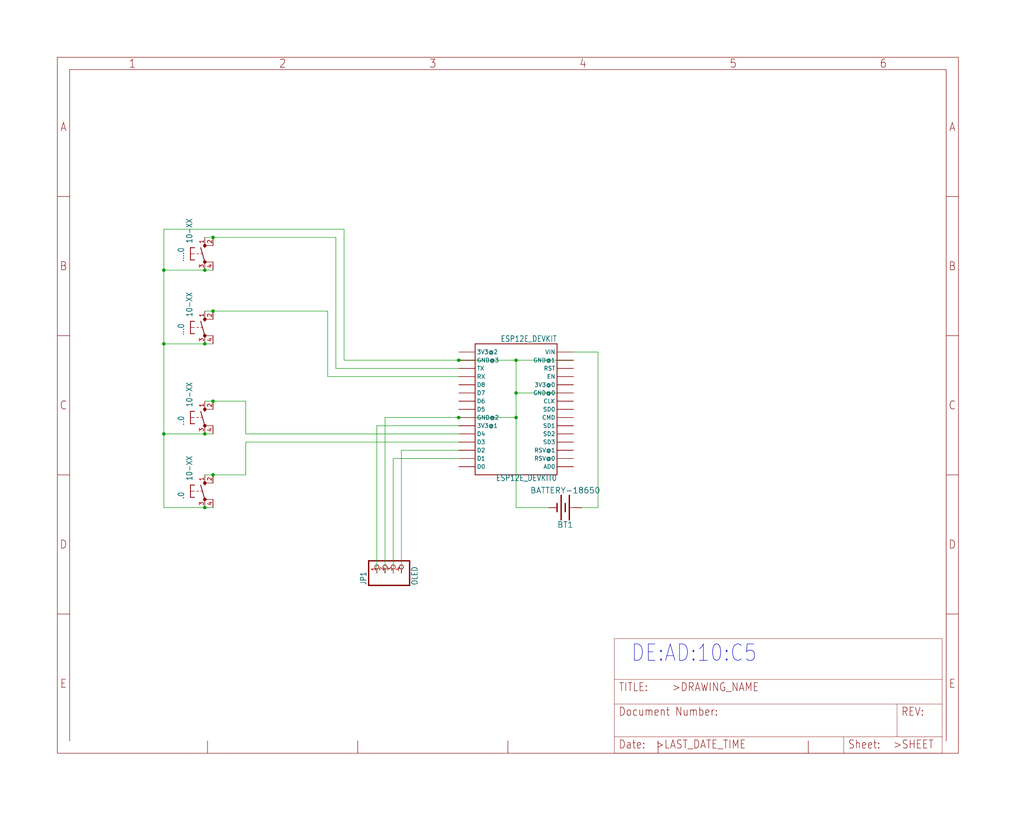
<source format=kicad_sch>
(kicad_sch (version 20211123) (generator eeschema)
  (paper "User" 317.5 254.406)
  (lib_symbols
    (symbol "hh-eagle-import:10-XX"
      (property "Reference" "S" (at -6.35 -2.54 90))
      (property "Value" "10-XX" (at -3.81 3.175 90))
      (symbol "10-XX_1_0"
        (circle (center 0 -2.54) (radius 0.127) (stroke (width 0.4064)))
        (polyline (pts (xy -4.445 -1.905) (xy -3.175 -1.905)) (stroke (width 0.254)))
        (polyline (pts (xy -4.445 0) (xy -4.445 -1.905)) (stroke (width 0.254)))
        (polyline (pts (xy -4.445 0) (xy -3.175 0)) (stroke (width 0.1524)))
        (polyline (pts (xy -4.445 1.905) (xy -4.445 0)) (stroke (width 0.254)))
        (polyline (pts (xy -4.445 1.905) (xy -3.175 1.905)) (stroke (width 0.254)))
        (polyline (pts (xy -2.54 0) (xy -1.905 0)) (stroke (width 0.1524)))
        (polyline (pts (xy -1.27 0) (xy -0.635 0)) (stroke (width 0.1524)))
        (polyline (pts (xy 0 -2.54) (xy -1.27 1.905)) (stroke (width 0.254)))
        (polyline (pts (xy 0 1.905) (xy 0 2.54)) (stroke (width 0.254)))
        (polyline (pts (xy 2.54 -2.54) (xy 0 -2.54)) (stroke (width 0.1524)))
        (polyline (pts (xy 2.54 2.54) (xy 0 2.54)) (stroke (width 0.1524)))
        (circle (center 0 2.54) (radius 0.127) (stroke (width 0.4064)))
        (pin passive line (at 0 5.08 270) (length 2.54) (name "S") (number "1"))
        (pin passive line (at 2.54 5.08 270) (length 2.54) (name "S1") (number "2"))
        (pin passive line (at 0 -5.08 90) (length 2.54) (name "P") (number "3"))
        (pin passive line (at 2.54 -5.08 90) (length 2.54) (name "P1") (number "4"))
      )
    )
    (symbol "hh-eagle-import:BATTERY-18650"
      (property "Reference" "BT" (at 0 4.318 0))
      (property "Value" "BATTERY-18650" (at 0 -4.318 0))
      (symbol "BATTERY-18650_1_0"
        (polyline (pts (xy -2.54 0) (xy -1.524 0)) (stroke (width 0.1524)))
        (polyline (pts (xy -1.27 3.81) (xy -1.27 -3.81)) (stroke (width 0.4064)))
        (polyline (pts (xy 0 1.27) (xy 0 -1.27)) (stroke (width 0.4064)))
        (polyline (pts (xy 1.27 3.81) (xy 1.27 -3.81)) (stroke (width 0.4064)))
        (polyline (pts (xy 2.54 1.27) (xy 2.54 -1.27)) (stroke (width 0.4064)))
        (pin power_in line (at 5.08 0 180) (length 2.54) (name "-") (number "GND@1"))
        (pin power_in line (at -5.08 0 0) (length 2.54) (name "+") (number "PWR@1"))
      )
    )
    (symbol "hh-eagle-import:ESP12E_DEVKIT"
      (property "Value" "ESP12E_DEVKIT" (at -12.7 -22.86 0))
      (symbol "ESP12E_DEVKIT_1_0"
        (polyline (pts (xy -12.7 -20.32) (xy 12.7 -20.32)) (stroke (width 0.254)))
        (polyline (pts (xy -12.7 20.32) (xy -12.7 -20.32)) (stroke (width 0.254)))
        (polyline (pts (xy 12.7 -20.32) (xy 12.7 20.32)) (stroke (width 0.254)))
        (polyline (pts (xy 12.7 20.32) (xy -12.7 20.32)) (stroke (width 0.254)))
        (pin bidirectional line (at -17.78 -7.62 0) (length 5.08) (name "3V3@0") (number "3V3@0"))
        (pin bidirectional line (at 17.78 5.08 180) (length 5.08) (name "3V3@1") (number "3V3@1"))
        (pin bidirectional line (at 17.78 -17.78 180) (length 5.08) (name "3V3@2") (number "3V3@2"))
        (pin bidirectional line (at -17.78 17.78 0) (length 5.08) (name "AD0") (number "AD0"))
        (pin bidirectional line (at -17.78 -2.54 0) (length 5.08) (name "CLK") (number "CLK"))
        (pin bidirectional line (at -17.78 2.54 0) (length 5.08) (name "CMD") (number "CMD"))
        (pin bidirectional line (at 17.78 17.78 180) (length 5.08) (name "D0") (number "D0"))
        (pin bidirectional line (at 17.78 15.24 180) (length 5.08) (name "D1") (number "D1"))
        (pin bidirectional line (at 17.78 12.7 180) (length 5.08) (name "D2") (number "D2"))
        (pin bidirectional line (at 17.78 10.16 180) (length 5.08) (name "D3") (number "D3"))
        (pin bidirectional line (at 17.78 7.62 180) (length 5.08) (name "D4") (number "D4"))
        (pin bidirectional line (at 17.78 0 180) (length 5.08) (name "D5") (number "D5"))
        (pin bidirectional line (at 17.78 -2.54 180) (length 5.08) (name "D6") (number "D6"))
        (pin bidirectional line (at 17.78 -5.08 180) (length 5.08) (name "D7") (number "D7"))
        (pin bidirectional line (at 17.78 -7.62 180) (length 5.08) (name "D8") (number "D8"))
        (pin bidirectional line (at -17.78 -10.16 0) (length 5.08) (name "EN") (number "EN"))
        (pin bidirectional line (at -17.78 -5.08 0) (length 5.08) (name "GND@0") (number "GND@0"))
        (pin bidirectional line (at -17.78 -15.24 0) (length 5.08) (name "GND@1") (number "GND@1"))
        (pin bidirectional line (at 17.78 2.54 180) (length 5.08) (name "GND@2") (number "GND@2"))
        (pin bidirectional line (at 17.78 -15.24 180) (length 5.08) (name "GND@3") (number "GND@3"))
        (pin bidirectional line (at -17.78 -12.7 0) (length 5.08) (name "RST") (number "RST"))
        (pin bidirectional line (at -17.78 15.24 0) (length 5.08) (name "RSV@0") (number "RSV@0"))
        (pin bidirectional line (at -17.78 12.7 0) (length 5.08) (name "RSV@1") (number "RSV@1"))
        (pin bidirectional line (at 17.78 -10.16 180) (length 5.08) (name "RX") (number "RX"))
        (pin bidirectional line (at -17.78 0 0) (length 5.08) (name "SD0") (number "SD0"))
        (pin bidirectional line (at -17.78 5.08 0) (length 5.08) (name "SD1") (number "SD1"))
        (pin bidirectional line (at -17.78 7.62 0) (length 5.08) (name "SD2") (number "SD2"))
        (pin bidirectional line (at -17.78 10.16 0) (length 5.08) (name "SD3") (number "SD3"))
        (pin bidirectional line (at 17.78 -12.7 180) (length 5.08) (name "TX") (number "TX"))
        (pin bidirectional line (at -17.78 -17.78 0) (length 5.08) (name "VIN") (number "VIN"))
      )
    )
    (symbol "hh-eagle-import:FRAME_A_L"
      (symbol "FRAME_A_L_1_0"
        (polyline (pts (xy 0 43.18) (xy 3.81 43.18)))
        (polyline (pts (xy 0 86.36) (xy 3.81 86.36)))
        (polyline (pts (xy 0 129.54) (xy 3.81 129.54)))
        (polyline (pts (xy 0 172.72) (xy 3.81 172.72)))
        (polyline (pts (xy 3.81 3.81) (xy 3.81 212.09)))
        (polyline (pts (xy 46.5667 0) (xy 46.5667 3.81)))
        (polyline (pts (xy 93.1333 0) (xy 93.1333 3.81)))
        (polyline (pts (xy 139.7 0) (xy 139.7 3.81)))
        (polyline (pts (xy 186.2667 0) (xy 186.2667 3.81)))
        (polyline (pts (xy 232.8333 0) (xy 232.8333 3.81)))
        (polyline (pts (xy 275.59 3.81) (xy 275.59 212.09)))
        (polyline (pts (xy 275.59 43.18) (xy 279.4 43.18)))
        (polyline (pts (xy 275.59 86.36) (xy 279.4 86.36)))
        (polyline (pts (xy 275.59 129.54) (xy 279.4 129.54)))
        (polyline (pts (xy 275.59 172.72) (xy 279.4 172.72)))
        (polyline (pts (xy 275.59 212.09) (xy 3.81 212.09)))
        (polyline (pts (xy 0 0) (xy 279.4 0) (xy 279.4 215.9) (xy 0 215.9) (xy 0 0)))
        (text "1" (at 23.2833 213.995 0) (effects (font (size 2.54 2.286))))
        (text "2" (at 69.85 213.995 0) (effects (font (size 2.54 2.286))))
        (text "3" (at 116.4167 213.995 0) (effects (font (size 2.54 2.286))))
        (text "4" (at 162.9833 213.995 0) (effects (font (size 2.54 2.286))))
        (text "5" (at 209.55 213.995 0) (effects (font (size 2.54 2.286))))
        (text "6" (at 256.1167 213.995 0) (effects (font (size 2.54 2.286))))
        (text "A" (at 1.905 194.31 0) (effects (font (size 2.54 2.286))))
        (text "A" (at 277.495 194.31 0) (effects (font (size 2.54 2.286))))
        (text "B" (at 1.905 151.13 0) (effects (font (size 2.54 2.286))))
        (text "B" (at 277.495 151.13 0) (effects (font (size 2.54 2.286))))
        (text "C" (at 1.905 107.95 0) (effects (font (size 2.54 2.286))))
        (text "C" (at 277.495 107.95 0) (effects (font (size 2.54 2.286))))
        (text "D" (at 1.905 64.77 0) (effects (font (size 2.54 2.286))))
        (text "D" (at 277.495 64.77 0) (effects (font (size 2.54 2.286))))
        (text "E" (at 1.905 21.59 0) (effects (font (size 2.54 2.286))))
        (text "E" (at 277.495 21.59 0) (effects (font (size 2.54 2.286))))
      )
      (symbol "FRAME_A_L_2_0"
        (polyline (pts (xy 0 0) (xy 0 5.08)) (stroke (width 0.1016)))
        (polyline (pts (xy 0 0) (xy 71.12 0)) (stroke (width 0.1016)))
        (polyline (pts (xy 0 5.08) (xy 0 15.24)) (stroke (width 0.1016)))
        (polyline (pts (xy 0 5.08) (xy 71.12 5.08)) (stroke (width 0.1016)))
        (polyline (pts (xy 0 15.24) (xy 0 22.86)) (stroke (width 0.1016)))
        (polyline (pts (xy 0 22.86) (xy 0 35.56)) (stroke (width 0.1016)))
        (polyline (pts (xy 0 22.86) (xy 101.6 22.86)) (stroke (width 0.1016)))
        (polyline (pts (xy 71.12 0) (xy 101.6 0)) (stroke (width 0.1016)))
        (polyline (pts (xy 71.12 5.08) (xy 71.12 0)) (stroke (width 0.1016)))
        (polyline (pts (xy 71.12 5.08) (xy 87.63 5.08)) (stroke (width 0.1016)))
        (polyline (pts (xy 87.63 5.08) (xy 101.6 5.08)) (stroke (width 0.1016)))
        (polyline (pts (xy 87.63 15.24) (xy 0 15.24)) (stroke (width 0.1016)))
        (polyline (pts (xy 87.63 15.24) (xy 87.63 5.08)) (stroke (width 0.1016)))
        (polyline (pts (xy 101.6 5.08) (xy 101.6 0)) (stroke (width 0.1016)))
        (polyline (pts (xy 101.6 15.24) (xy 87.63 15.24)) (stroke (width 0.1016)))
        (polyline (pts (xy 101.6 15.24) (xy 101.6 5.08)) (stroke (width 0.1016)))
        (polyline (pts (xy 101.6 22.86) (xy 101.6 15.24)) (stroke (width 0.1016)))
        (polyline (pts (xy 101.6 35.56) (xy 0 35.56)) (stroke (width 0.1016)))
        (polyline (pts (xy 101.6 35.56) (xy 101.6 22.86)) (stroke (width 0.1016)))
        (text ">DRAWING_NAME" (at 17.78 19.05 0) (effects (font (size 2.54 2.159)) (justify left bottom)))
        (text ">LAST_DATE_TIME" (at 12.7 1.27 0) (effects (font (size 2.54 2.159)) (justify left bottom)))
        (text ">SHEET" (at 86.36 1.27 0) (effects (font (size 2.54 2.159)) (justify left bottom)))
        (text "Date:" (at 1.27 1.27 0) (effects (font (size 2.54 2.159)) (justify left bottom)))
        (text "Document Number:" (at 1.27 11.43 0) (effects (font (size 2.54 2.159)) (justify left bottom)))
        (text "REV:" (at 88.9 11.43 0) (effects (font (size 2.54 2.159)) (justify left bottom)))
        (text "Sheet:" (at 72.39 1.27 0) (effects (font (size 2.54 2.159)) (justify left bottom)))
        (text "TITLE:" (at 1.27 19.05 0) (effects (font (size 2.54 2.159)) (justify left bottom)))
      )
    )
    (symbol "hh-eagle-import:PINHD-1X4"
      (property "Reference" "JP" (at -6.35 8.255 0))
      (property "Value" "PINHD-1X4" (at -6.35 -7.62 0))
      (symbol "PINHD-1X4_1_0"
        (polyline (pts (xy -6.35 -5.08) (xy 1.27 -5.08)) (stroke (width 0.4064)))
        (polyline (pts (xy -6.35 7.62) (xy -6.35 -5.08)) (stroke (width 0.4064)))
        (polyline (pts (xy 1.27 -5.08) (xy 1.27 7.62)) (stroke (width 0.4064)))
        (polyline (pts (xy 1.27 7.62) (xy -6.35 7.62)) (stroke (width 0.4064)))
        (pin passive inverted (at -2.54 5.08 0) (length 2.54) (name "1") (number "1"))
        (pin passive inverted (at -2.54 2.54 0) (length 2.54) (name "2") (number "2"))
        (pin passive inverted (at -2.54 0 0) (length 2.54) (name "3") (number "3"))
        (pin passive inverted (at -2.54 -2.54 0) (length 2.54) (name "4") (number "4"))
      )
    )
  )
  (junction (at 142.24 129.54))
  (junction (at 63.5 106.68))
  (junction (at 50.8 106.68))
  (junction (at 63.5 83.82))
  (junction (at 50.8 134.62))
  (junction (at 160.02 121.92))
  (junction (at 160.02 111.76))
  (junction (at 142.24 111.76))
  (junction (at 66.04 124.46))
  (junction (at 63.5 157.48))
  (junction (at 66.04 147.32))
  (junction (at 66.04 96.52))
  (junction (at 63.5 134.62))
  (junction (at 66.04 73.66))
  (junction (at 50.8 83.82))
  (junction (at 160.02 129.54))
  (wire (pts (xy 63.5 157.48) (xy 50.8 157.48)))
  (wire (pts (xy 119.38 177.8) (xy 119.38 129.54)))
  (wire (pts (xy 185.42 157.48) (xy 185.42 109.22)))
  (wire (pts (xy 63.5 83.82) (xy 50.8 83.82)))
  (wire (pts (xy 76.2 137.16) (xy 76.2 147.32)))
  (wire (pts (xy 121.92 177.8) (xy 121.92 142.24)))
  (wire (pts (xy 66.04 83.82) (xy 63.5 83.82)))
  (wire (pts (xy 121.92 142.24) (xy 142.24 142.24)))
  (wire (pts (xy 63.5 124.46) (xy 66.04 124.46)))
  (wire (pts (xy 124.46 139.7) (xy 142.24 139.7)))
  (wire (pts (xy 63.5 134.62) (xy 50.8 134.62)))
  (wire (pts (xy 76.2 147.32) (xy 66.04 147.32)))
  (wire (pts (xy 185.42 109.22) (xy 177.8 109.22)))
  (wire (pts (xy 116.84 177.8) (xy 116.84 132.08)))
  (wire (pts (xy 66.04 134.62) (xy 63.5 134.62)))
  (wire (pts (xy 101.6 96.52) (xy 101.6 116.84)))
  (wire (pts (xy 142.24 111.76) (xy 160.02 111.76)))
  (wire (pts (xy 116.84 132.08) (xy 142.24 132.08)))
  (wire (pts (xy 160.02 121.92) (xy 160.02 129.54)))
  (wire (pts (xy 124.46 177.8) (xy 124.46 139.7)))
  (wire (pts (xy 104.14 73.66) (xy 66.04 73.66)))
  (wire (pts (xy 76.2 134.62) (xy 76.2 124.46)))
  (wire (pts (xy 160.02 111.76) (xy 160.02 121.92)))
  (wire (pts (xy 76.2 124.46) (xy 66.04 124.46)))
  (wire (pts (xy 142.24 111.76) (xy 106.68 111.76)))
  (wire (pts (xy 180.34 157.48) (xy 185.42 157.48)))
  (wire (pts (xy 106.68 111.76) (xy 106.68 71.12)))
  (wire (pts (xy 104.14 114.3) (xy 142.24 114.3)))
  (wire (pts (xy 101.6 96.52) (xy 66.04 96.52)))
  (wire (pts (xy 104.14 73.66) (xy 104.14 114.3)))
  (wire (pts (xy 50.8 106.68) (xy 50.8 83.82)))
  (wire (pts (xy 66.04 106.68) (xy 63.5 106.68)))
  (wire (pts (xy 66.04 157.48) (xy 63.5 157.48)))
  (wire (pts (xy 63.5 106.68) (xy 50.8 106.68)))
  (wire (pts (xy 142.24 129.54) (xy 160.02 129.54)))
  (wire (pts (xy 142.24 134.62) (xy 76.2 134.62)))
  (wire (pts (xy 142.24 137.16) (xy 76.2 137.16)))
  (wire (pts (xy 63.5 73.66) (xy 66.04 73.66)))
  (wire (pts (xy 170.18 157.48) (xy 160.02 157.48)))
  (wire (pts (xy 160.02 157.48) (xy 160.02 129.54)))
  (wire (pts (xy 119.38 129.54) (xy 142.24 129.54)))
  (wire (pts (xy 50.8 134.62) (xy 50.8 106.68)))
  (wire (pts (xy 177.8 111.76) (xy 160.02 111.76)))
  (wire (pts (xy 106.68 71.12) (xy 50.8 71.12)))
  (wire (pts (xy 63.5 96.52) (xy 66.04 96.52)))
  (wire (pts (xy 50.8 157.48) (xy 50.8 134.62)))
  (wire (pts (xy 101.6 116.84) (xy 142.24 116.84)))
  (wire (pts (xy 177.8 121.92) (xy 160.02 121.92)))
  (wire (pts (xy 63.5 147.32) (xy 66.04 147.32)))
  (wire (pts (xy 50.8 71.12) (xy 50.8 83.82)))
  (text "DE:AD:10:C5" (at 195.58 205.74 180) (effects (font (size 5.08 4.318)) (justify left bottom)))
  (symbol (lib_id "hh-eagle-import:FRAME_A_L") (at 190.5 233.68 0) (unit 2)
    (property "Reference" "#FRAME1" (effects hide))
    (property "Value" "FRAME_A_L" (effects hide))
    (property "Footprint" "hh:" (effects hide))
  )
  (symbol (lib_id "hh-eagle-import:10-XX") (at 63.5 129.54 0) (unit 1)
    (property "Reference" "..0" (at 57.15 132.08 90) (effects (font (size 1.778 1.5113)) (justify left bottom)))
    (property "Value" "10-XX" (at 59.69 126.365 90) (effects (font (size 1.778 1.5113)) (justify left bottom)))
    (property "Footprint" "hh:B3F-10XX" (effects hide))
  )
  (symbol (lib_id "hh-eagle-import:FRAME_A_L") (at 17.78 233.68 0) (unit 1)
    (property "Reference" "#FRAME1" (effects hide))
    (property "Value" "FRAME_A_L" (effects hide))
    (property "Footprint" "hh:" (effects hide))
  )
  (symbol (lib_id "hh-eagle-import:10-XX") (at 63.5 101.6 0) (unit 1)
    (property "Reference" "...0" (at 57.15 104.14 90) (effects (font (size 1.778 1.5113)) (justify left bottom)))
    (property "Value" "10-XX" (at 59.69 98.425 90) (effects (font (size 1.778 1.5113)) (justify left bottom)))
    (property "Footprint" "hh:B3F-10XX" (effects hide))
  )
  (symbol (lib_id "hh-eagle-import:10-XX") (at 63.5 152.4 0) (unit 1)
    (property "Reference" ".0" (at 57.15 154.94 90) (effects (font (size 1.778 1.5113)) (justify left bottom)))
    (property "Value" "10-XX" (at 59.69 149.225 90) (effects (font (size 1.778 1.5113)) (justify left bottom)))
    (property "Footprint" "hh:B3F-10XX" (effects hide))
  )
  (symbol (lib_id "hh-eagle-import:10-XX") (at 63.5 78.74 0) (unit 1)
    (property "Reference" "....0" (at 57.15 81.28 90) (effects (font (size 1.778 1.5113)) (justify left bottom)))
    (property "Value" "10-XX" (at 59.69 75.565 90) (effects (font (size 1.778 1.5113)) (justify left bottom)))
    (property "Footprint" "hh:B3F-10XX" (effects hide))
  )
  (symbol (lib_id "hh-eagle-import:BATTERY-18650") (at 175.26 157.48 180) (unit 1)
    (property "Reference" "BT1" (at 175.26 161.798 0) (effects (font (size 1.778 1.778)) (justify bottom)))
    (property "Value" "BATTERY-18650" (at 175.26 153.162 0) (effects (font (size 1.778 1.778)) (justify top)))
    (property "Footprint" "hh:BATTERY_18650-HOLDER" (effects hide))
  )
  (symbol (lib_id "hh-eagle-import:PINHD-1X4") (at 121.92 175.26 90) (unit 1)
    (property "Reference" "JP1" (at 113.665 181.61 0) (effects (font (size 1.778 1.5113)) (justify left bottom)))
    (property "Value" "OLED" (at 129.54 181.61 0) (effects (font (size 1.778 1.5113)) (justify left bottom)))
    (property "Footprint" "hh:1X04" (effects hide))
  )
  (symbol (lib_id "hh-eagle-import:ESP12E_DEVKIT") (at 160.02 127 180) (unit 1)
    (property "Reference" "ESP12E_DEVKIT0" (at 172.72 147.32 0) (effects (font (size 1.778 1.5113)) (justify left bottom)))
    (property "Value" "ESP12E_DEVKIT" (at 172.72 104.14 0) (effects (font (size 1.778 1.5113)) (justify left bottom)))
    (property "Footprint" "hh:ESP12E_DEVKIT" (effects hide))
  )
)
</source>
